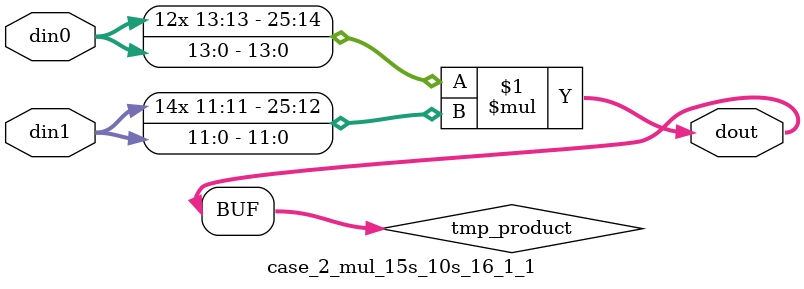
<source format=v>

`timescale 1 ns / 1 ps

 module case_2_mul_15s_10s_16_1_1(din0, din1, dout);
parameter ID = 1;
parameter NUM_STAGE = 0;
parameter din0_WIDTH = 14;
parameter din1_WIDTH = 12;
parameter dout_WIDTH = 26;

input [din0_WIDTH - 1 : 0] din0; 
input [din1_WIDTH - 1 : 0] din1; 
output [dout_WIDTH - 1 : 0] dout;

wire signed [dout_WIDTH - 1 : 0] tmp_product;



























assign tmp_product = $signed(din0) * $signed(din1);








assign dout = tmp_product;





















endmodule

</source>
